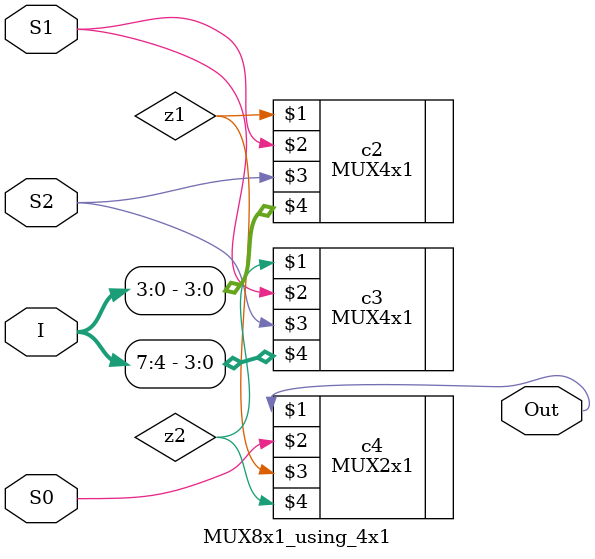
<source format=v>
module MUX8x1_using_4x1(Out, S0, S1, S2, I);
input [7:0]I;
input S0, S1, S2;
output Out;

wire z1, z2;

MUX4x1 c2(z1, S1, S2, I[3:0]);
MUX4x1 c3(z2, S1, S2, I[7:4]);
MUX2x1 c4(Out, S0, z1 ,z2);

endmodule



</source>
